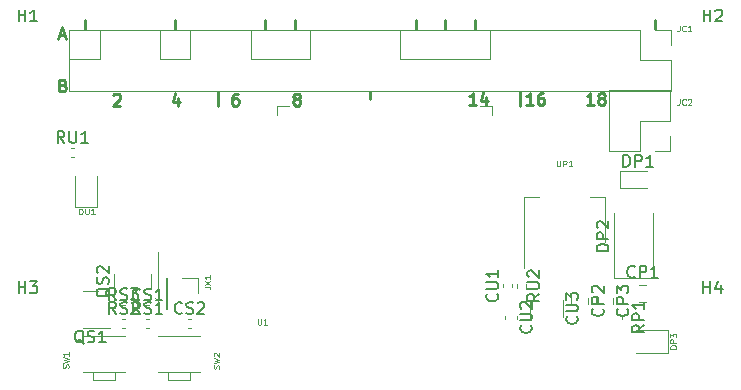
<source format=gbr>
G04 #@! TF.GenerationSoftware,KiCad,Pcbnew,(7.0.0)*
G04 #@! TF.CreationDate,2023-08-14T16:39:54+01:00*
G04 #@! TF.ProjectId,DevKit2022-Kicad7,4465764b-6974-4323-9032-322d4b696361,v1.0*
G04 #@! TF.SameCoordinates,Original*
G04 #@! TF.FileFunction,Legend,Top*
G04 #@! TF.FilePolarity,Positive*
%FSLAX46Y46*%
G04 Gerber Fmt 4.6, Leading zero omitted, Abs format (unit mm)*
G04 Created by KiCad (PCBNEW (7.0.0)) date 2023-08-14 16:39:54*
%MOMM*%
%LPD*%
G01*
G04 APERTURE LIST*
%ADD10C,0.250000*%
%ADD11C,0.120000*%
%ADD12C,0.150000*%
%ADD13C,0.050000*%
G04 APERTURE END LIST*
D10*
X163069000Y-108792000D02*
X163069000Y-107649000D01*
X188596000Y-108792000D02*
X188596000Y-107649000D01*
D11*
X157963600Y-125352800D02*
X158217600Y-125098800D01*
X160656000Y-104855000D02*
X160656000Y-102442000D01*
X165863000Y-104855000D02*
X170816000Y-104855000D01*
X158116000Y-102442000D02*
X158116000Y-104855000D01*
D10*
X175896000Y-108220500D02*
X175896000Y-107649000D01*
D11*
X170816000Y-104855000D02*
X170816000Y-102442000D01*
X157963600Y-125352800D02*
X157709600Y-125098800D01*
D10*
X184786000Y-102315000D02*
X184786000Y-101553000D01*
X182246000Y-102315000D02*
X182246000Y-101553000D01*
D11*
X186056000Y-104855000D02*
X186056000Y-102442000D01*
D10*
X179833000Y-102315000D02*
X179833000Y-101553000D01*
D11*
X158014400Y-121187200D02*
X157963600Y-125352800D01*
X165863000Y-102442000D02*
X165863000Y-104855000D01*
D10*
X151766000Y-102315000D02*
X151766000Y-101553000D01*
D11*
X158116000Y-104855000D02*
X160656000Y-104855000D01*
D10*
X200026000Y-102315000D02*
X200026000Y-101553000D01*
X167006000Y-102315000D02*
X167006000Y-101553000D01*
D11*
X153036000Y-102442000D02*
X153036000Y-104855000D01*
D10*
X159386000Y-102315000D02*
X159386000Y-101553000D01*
D11*
X178436000Y-104855000D02*
X186056000Y-104855000D01*
D10*
X169546000Y-102315000D02*
X169546000Y-101553000D01*
D11*
X178436000Y-102442000D02*
X178436000Y-104855000D01*
X153036000Y-104855000D02*
X150496000Y-104855000D01*
D10*
X194882523Y-108714880D02*
X194311095Y-108714880D01*
X194596809Y-108714880D02*
X194596809Y-107714880D01*
X194596809Y-107714880D02*
X194501571Y-107857738D01*
X194501571Y-107857738D02*
X194406333Y-107952976D01*
X194406333Y-107952976D02*
X194311095Y-108000595D01*
X195453952Y-108143452D02*
X195358714Y-108095833D01*
X195358714Y-108095833D02*
X195311095Y-108048214D01*
X195311095Y-108048214D02*
X195263476Y-107952976D01*
X195263476Y-107952976D02*
X195263476Y-107905357D01*
X195263476Y-107905357D02*
X195311095Y-107810119D01*
X195311095Y-107810119D02*
X195358714Y-107762500D01*
X195358714Y-107762500D02*
X195453952Y-107714880D01*
X195453952Y-107714880D02*
X195644428Y-107714880D01*
X195644428Y-107714880D02*
X195739666Y-107762500D01*
X195739666Y-107762500D02*
X195787285Y-107810119D01*
X195787285Y-107810119D02*
X195834904Y-107905357D01*
X195834904Y-107905357D02*
X195834904Y-107952976D01*
X195834904Y-107952976D02*
X195787285Y-108048214D01*
X195787285Y-108048214D02*
X195739666Y-108095833D01*
X195739666Y-108095833D02*
X195644428Y-108143452D01*
X195644428Y-108143452D02*
X195453952Y-108143452D01*
X195453952Y-108143452D02*
X195358714Y-108191071D01*
X195358714Y-108191071D02*
X195311095Y-108238690D01*
X195311095Y-108238690D02*
X195263476Y-108333928D01*
X195263476Y-108333928D02*
X195263476Y-108524404D01*
X195263476Y-108524404D02*
X195311095Y-108619642D01*
X195311095Y-108619642D02*
X195358714Y-108667261D01*
X195358714Y-108667261D02*
X195453952Y-108714880D01*
X195453952Y-108714880D02*
X195644428Y-108714880D01*
X195644428Y-108714880D02*
X195739666Y-108667261D01*
X195739666Y-108667261D02*
X195787285Y-108619642D01*
X195787285Y-108619642D02*
X195834904Y-108524404D01*
X195834904Y-108524404D02*
X195834904Y-108333928D01*
X195834904Y-108333928D02*
X195787285Y-108238690D01*
X195787285Y-108238690D02*
X195739666Y-108191071D01*
X195739666Y-108191071D02*
X195644428Y-108143452D01*
X189739023Y-108714880D02*
X189167595Y-108714880D01*
X189453309Y-108714880D02*
X189453309Y-107714880D01*
X189453309Y-107714880D02*
X189358071Y-107857738D01*
X189358071Y-107857738D02*
X189262833Y-107952976D01*
X189262833Y-107952976D02*
X189167595Y-108000595D01*
X190596166Y-107714880D02*
X190405690Y-107714880D01*
X190405690Y-107714880D02*
X190310452Y-107762500D01*
X190310452Y-107762500D02*
X190262833Y-107810119D01*
X190262833Y-107810119D02*
X190167595Y-107952976D01*
X190167595Y-107952976D02*
X190119976Y-108143452D01*
X190119976Y-108143452D02*
X190119976Y-108524404D01*
X190119976Y-108524404D02*
X190167595Y-108619642D01*
X190167595Y-108619642D02*
X190215214Y-108667261D01*
X190215214Y-108667261D02*
X190310452Y-108714880D01*
X190310452Y-108714880D02*
X190500928Y-108714880D01*
X190500928Y-108714880D02*
X190596166Y-108667261D01*
X190596166Y-108667261D02*
X190643785Y-108619642D01*
X190643785Y-108619642D02*
X190691404Y-108524404D01*
X190691404Y-108524404D02*
X190691404Y-108286309D01*
X190691404Y-108286309D02*
X190643785Y-108191071D01*
X190643785Y-108191071D02*
X190596166Y-108143452D01*
X190596166Y-108143452D02*
X190500928Y-108095833D01*
X190500928Y-108095833D02*
X190310452Y-108095833D01*
X190310452Y-108095833D02*
X190215214Y-108143452D01*
X190215214Y-108143452D02*
X190167595Y-108191071D01*
X190167595Y-108191071D02*
X190119976Y-108286309D01*
X184913023Y-108714880D02*
X184341595Y-108714880D01*
X184627309Y-108714880D02*
X184627309Y-107714880D01*
X184627309Y-107714880D02*
X184532071Y-107857738D01*
X184532071Y-107857738D02*
X184436833Y-107952976D01*
X184436833Y-107952976D02*
X184341595Y-108000595D01*
X185770166Y-108048214D02*
X185770166Y-108714880D01*
X185532071Y-107667261D02*
X185293976Y-108381547D01*
X185293976Y-108381547D02*
X185913023Y-108381547D01*
X154210786Y-107873619D02*
X154258405Y-107826000D01*
X154258405Y-107826000D02*
X154353643Y-107778380D01*
X154353643Y-107778380D02*
X154591738Y-107778380D01*
X154591738Y-107778380D02*
X154686976Y-107826000D01*
X154686976Y-107826000D02*
X154734595Y-107873619D01*
X154734595Y-107873619D02*
X154782214Y-107968857D01*
X154782214Y-107968857D02*
X154782214Y-108064095D01*
X154782214Y-108064095D02*
X154734595Y-108206952D01*
X154734595Y-108206952D02*
X154163167Y-108778380D01*
X154163167Y-108778380D02*
X154782214Y-108778380D01*
X159703476Y-108111714D02*
X159703476Y-108778380D01*
X159465381Y-107730761D02*
X159227286Y-108445047D01*
X159227286Y-108445047D02*
X159846333Y-108445047D01*
X164719976Y-107778380D02*
X164529500Y-107778380D01*
X164529500Y-107778380D02*
X164434262Y-107826000D01*
X164434262Y-107826000D02*
X164386643Y-107873619D01*
X164386643Y-107873619D02*
X164291405Y-108016476D01*
X164291405Y-108016476D02*
X164243786Y-108206952D01*
X164243786Y-108206952D02*
X164243786Y-108587904D01*
X164243786Y-108587904D02*
X164291405Y-108683142D01*
X164291405Y-108683142D02*
X164339024Y-108730761D01*
X164339024Y-108730761D02*
X164434262Y-108778380D01*
X164434262Y-108778380D02*
X164624738Y-108778380D01*
X164624738Y-108778380D02*
X164719976Y-108730761D01*
X164719976Y-108730761D02*
X164767595Y-108683142D01*
X164767595Y-108683142D02*
X164815214Y-108587904D01*
X164815214Y-108587904D02*
X164815214Y-108349809D01*
X164815214Y-108349809D02*
X164767595Y-108254571D01*
X164767595Y-108254571D02*
X164719976Y-108206952D01*
X164719976Y-108206952D02*
X164624738Y-108159333D01*
X164624738Y-108159333D02*
X164434262Y-108159333D01*
X164434262Y-108159333D02*
X164339024Y-108206952D01*
X164339024Y-108206952D02*
X164291405Y-108254571D01*
X164291405Y-108254571D02*
X164243786Y-108349809D01*
X169641262Y-108206952D02*
X169546024Y-108159333D01*
X169546024Y-108159333D02*
X169498405Y-108111714D01*
X169498405Y-108111714D02*
X169450786Y-108016476D01*
X169450786Y-108016476D02*
X169450786Y-107968857D01*
X169450786Y-107968857D02*
X169498405Y-107873619D01*
X169498405Y-107873619D02*
X169546024Y-107826000D01*
X169546024Y-107826000D02*
X169641262Y-107778380D01*
X169641262Y-107778380D02*
X169831738Y-107778380D01*
X169831738Y-107778380D02*
X169926976Y-107826000D01*
X169926976Y-107826000D02*
X169974595Y-107873619D01*
X169974595Y-107873619D02*
X170022214Y-107968857D01*
X170022214Y-107968857D02*
X170022214Y-108016476D01*
X170022214Y-108016476D02*
X169974595Y-108111714D01*
X169974595Y-108111714D02*
X169926976Y-108159333D01*
X169926976Y-108159333D02*
X169831738Y-108206952D01*
X169831738Y-108206952D02*
X169641262Y-108206952D01*
X169641262Y-108206952D02*
X169546024Y-108254571D01*
X169546024Y-108254571D02*
X169498405Y-108302190D01*
X169498405Y-108302190D02*
X169450786Y-108397428D01*
X169450786Y-108397428D02*
X169450786Y-108587904D01*
X169450786Y-108587904D02*
X169498405Y-108683142D01*
X169498405Y-108683142D02*
X169546024Y-108730761D01*
X169546024Y-108730761D02*
X169641262Y-108778380D01*
X169641262Y-108778380D02*
X169831738Y-108778380D01*
X169831738Y-108778380D02*
X169926976Y-108730761D01*
X169926976Y-108730761D02*
X169974595Y-108683142D01*
X169974595Y-108683142D02*
X170022214Y-108587904D01*
X170022214Y-108587904D02*
X170022214Y-108397428D01*
X170022214Y-108397428D02*
X169974595Y-108302190D01*
X169974595Y-108302190D02*
X169926976Y-108254571D01*
X169926976Y-108254571D02*
X169831738Y-108206952D01*
X149622905Y-102841166D02*
X150099095Y-102841166D01*
X149527667Y-103126880D02*
X149861000Y-102126880D01*
X149861000Y-102126880D02*
X150194333Y-103126880D01*
X149932428Y-107048071D02*
X150075285Y-107095690D01*
X150075285Y-107095690D02*
X150122904Y-107143309D01*
X150122904Y-107143309D02*
X150170523Y-107238547D01*
X150170523Y-107238547D02*
X150170523Y-107381404D01*
X150170523Y-107381404D02*
X150122904Y-107476642D01*
X150122904Y-107476642D02*
X150075285Y-107524261D01*
X150075285Y-107524261D02*
X149980047Y-107571880D01*
X149980047Y-107571880D02*
X149599095Y-107571880D01*
X149599095Y-107571880D02*
X149599095Y-106571880D01*
X149599095Y-106571880D02*
X149932428Y-106571880D01*
X149932428Y-106571880D02*
X150027666Y-106619500D01*
X150027666Y-106619500D02*
X150075285Y-106667119D01*
X150075285Y-106667119D02*
X150122904Y-106762357D01*
X150122904Y-106762357D02*
X150122904Y-106857595D01*
X150122904Y-106857595D02*
X150075285Y-106952833D01*
X150075285Y-106952833D02*
X150027666Y-107000452D01*
X150027666Y-107000452D02*
X149932428Y-107048071D01*
X149932428Y-107048071D02*
X149599095Y-107048071D01*
D12*
X190260380Y-124722476D02*
X189784190Y-125055809D01*
X190260380Y-125293904D02*
X189260380Y-125293904D01*
X189260380Y-125293904D02*
X189260380Y-124912952D01*
X189260380Y-124912952D02*
X189308000Y-124817714D01*
X189308000Y-124817714D02*
X189355619Y-124770095D01*
X189355619Y-124770095D02*
X189450857Y-124722476D01*
X189450857Y-124722476D02*
X189593714Y-124722476D01*
X189593714Y-124722476D02*
X189688952Y-124770095D01*
X189688952Y-124770095D02*
X189736571Y-124817714D01*
X189736571Y-124817714D02*
X189784190Y-124912952D01*
X189784190Y-124912952D02*
X189784190Y-125293904D01*
X189260380Y-124293904D02*
X190069904Y-124293904D01*
X190069904Y-124293904D02*
X190165142Y-124246285D01*
X190165142Y-124246285D02*
X190212761Y-124198666D01*
X190212761Y-124198666D02*
X190260380Y-124103428D01*
X190260380Y-124103428D02*
X190260380Y-123912952D01*
X190260380Y-123912952D02*
X190212761Y-123817714D01*
X190212761Y-123817714D02*
X190165142Y-123770095D01*
X190165142Y-123770095D02*
X190069904Y-123722476D01*
X190069904Y-123722476D02*
X189260380Y-123722476D01*
X189355619Y-123293904D02*
X189308000Y-123246285D01*
X189308000Y-123246285D02*
X189260380Y-123151047D01*
X189260380Y-123151047D02*
X189260380Y-122912952D01*
X189260380Y-122912952D02*
X189308000Y-122817714D01*
X189308000Y-122817714D02*
X189355619Y-122770095D01*
X189355619Y-122770095D02*
X189450857Y-122722476D01*
X189450857Y-122722476D02*
X189546095Y-122722476D01*
X189546095Y-122722476D02*
X189688952Y-122770095D01*
X189688952Y-122770095D02*
X190260380Y-123341523D01*
X190260380Y-123341523D02*
X190260380Y-122722476D01*
X150059523Y-111926380D02*
X149726190Y-111450190D01*
X149488095Y-111926380D02*
X149488095Y-110926380D01*
X149488095Y-110926380D02*
X149869047Y-110926380D01*
X149869047Y-110926380D02*
X149964285Y-110974000D01*
X149964285Y-110974000D02*
X150011904Y-111021619D01*
X150011904Y-111021619D02*
X150059523Y-111116857D01*
X150059523Y-111116857D02*
X150059523Y-111259714D01*
X150059523Y-111259714D02*
X150011904Y-111354952D01*
X150011904Y-111354952D02*
X149964285Y-111402571D01*
X149964285Y-111402571D02*
X149869047Y-111450190D01*
X149869047Y-111450190D02*
X149488095Y-111450190D01*
X150488095Y-110926380D02*
X150488095Y-111735904D01*
X150488095Y-111735904D02*
X150535714Y-111831142D01*
X150535714Y-111831142D02*
X150583333Y-111878761D01*
X150583333Y-111878761D02*
X150678571Y-111926380D01*
X150678571Y-111926380D02*
X150869047Y-111926380D01*
X150869047Y-111926380D02*
X150964285Y-111878761D01*
X150964285Y-111878761D02*
X151011904Y-111831142D01*
X151011904Y-111831142D02*
X151059523Y-111735904D01*
X151059523Y-111735904D02*
X151059523Y-110926380D01*
X152059523Y-111926380D02*
X151488095Y-111926380D01*
X151773809Y-111926380D02*
X151773809Y-110926380D01*
X151773809Y-110926380D02*
X151678571Y-111069238D01*
X151678571Y-111069238D02*
X151583333Y-111164476D01*
X151583333Y-111164476D02*
X151488095Y-111212095D01*
X154425142Y-125261380D02*
X154091809Y-124785190D01*
X153853714Y-125261380D02*
X153853714Y-124261380D01*
X153853714Y-124261380D02*
X154234666Y-124261380D01*
X154234666Y-124261380D02*
X154329904Y-124309000D01*
X154329904Y-124309000D02*
X154377523Y-124356619D01*
X154377523Y-124356619D02*
X154425142Y-124451857D01*
X154425142Y-124451857D02*
X154425142Y-124594714D01*
X154425142Y-124594714D02*
X154377523Y-124689952D01*
X154377523Y-124689952D02*
X154329904Y-124737571D01*
X154329904Y-124737571D02*
X154234666Y-124785190D01*
X154234666Y-124785190D02*
X153853714Y-124785190D01*
X154806095Y-125213761D02*
X154948952Y-125261380D01*
X154948952Y-125261380D02*
X155187047Y-125261380D01*
X155187047Y-125261380D02*
X155282285Y-125213761D01*
X155282285Y-125213761D02*
X155329904Y-125166142D01*
X155329904Y-125166142D02*
X155377523Y-125070904D01*
X155377523Y-125070904D02*
X155377523Y-124975666D01*
X155377523Y-124975666D02*
X155329904Y-124880428D01*
X155329904Y-124880428D02*
X155282285Y-124832809D01*
X155282285Y-124832809D02*
X155187047Y-124785190D01*
X155187047Y-124785190D02*
X154996571Y-124737571D01*
X154996571Y-124737571D02*
X154901333Y-124689952D01*
X154901333Y-124689952D02*
X154853714Y-124642333D01*
X154853714Y-124642333D02*
X154806095Y-124547095D01*
X154806095Y-124547095D02*
X154806095Y-124451857D01*
X154806095Y-124451857D02*
X154853714Y-124356619D01*
X154853714Y-124356619D02*
X154901333Y-124309000D01*
X154901333Y-124309000D02*
X154996571Y-124261380D01*
X154996571Y-124261380D02*
X155234666Y-124261380D01*
X155234666Y-124261380D02*
X155377523Y-124309000D01*
X155710857Y-124261380D02*
X156329904Y-124261380D01*
X156329904Y-124261380D02*
X155996571Y-124642333D01*
X155996571Y-124642333D02*
X156139428Y-124642333D01*
X156139428Y-124642333D02*
X156234666Y-124689952D01*
X156234666Y-124689952D02*
X156282285Y-124737571D01*
X156282285Y-124737571D02*
X156329904Y-124832809D01*
X156329904Y-124832809D02*
X156329904Y-125070904D01*
X156329904Y-125070904D02*
X156282285Y-125166142D01*
X156282285Y-125166142D02*
X156234666Y-125213761D01*
X156234666Y-125213761D02*
X156139428Y-125261380D01*
X156139428Y-125261380D02*
X155853714Y-125261380D01*
X155853714Y-125261380D02*
X155758476Y-125213761D01*
X155758476Y-125213761D02*
X155710857Y-125166142D01*
X154425142Y-126404380D02*
X154091809Y-125928190D01*
X153853714Y-126404380D02*
X153853714Y-125404380D01*
X153853714Y-125404380D02*
X154234666Y-125404380D01*
X154234666Y-125404380D02*
X154329904Y-125452000D01*
X154329904Y-125452000D02*
X154377523Y-125499619D01*
X154377523Y-125499619D02*
X154425142Y-125594857D01*
X154425142Y-125594857D02*
X154425142Y-125737714D01*
X154425142Y-125737714D02*
X154377523Y-125832952D01*
X154377523Y-125832952D02*
X154329904Y-125880571D01*
X154329904Y-125880571D02*
X154234666Y-125928190D01*
X154234666Y-125928190D02*
X153853714Y-125928190D01*
X154806095Y-126356761D02*
X154948952Y-126404380D01*
X154948952Y-126404380D02*
X155187047Y-126404380D01*
X155187047Y-126404380D02*
X155282285Y-126356761D01*
X155282285Y-126356761D02*
X155329904Y-126309142D01*
X155329904Y-126309142D02*
X155377523Y-126213904D01*
X155377523Y-126213904D02*
X155377523Y-126118666D01*
X155377523Y-126118666D02*
X155329904Y-126023428D01*
X155329904Y-126023428D02*
X155282285Y-125975809D01*
X155282285Y-125975809D02*
X155187047Y-125928190D01*
X155187047Y-125928190D02*
X154996571Y-125880571D01*
X154996571Y-125880571D02*
X154901333Y-125832952D01*
X154901333Y-125832952D02*
X154853714Y-125785333D01*
X154853714Y-125785333D02*
X154806095Y-125690095D01*
X154806095Y-125690095D02*
X154806095Y-125594857D01*
X154806095Y-125594857D02*
X154853714Y-125499619D01*
X154853714Y-125499619D02*
X154901333Y-125452000D01*
X154901333Y-125452000D02*
X154996571Y-125404380D01*
X154996571Y-125404380D02*
X155234666Y-125404380D01*
X155234666Y-125404380D02*
X155377523Y-125452000D01*
X155758476Y-125499619D02*
X155806095Y-125452000D01*
X155806095Y-125452000D02*
X155901333Y-125404380D01*
X155901333Y-125404380D02*
X156139428Y-125404380D01*
X156139428Y-125404380D02*
X156234666Y-125452000D01*
X156234666Y-125452000D02*
X156282285Y-125499619D01*
X156282285Y-125499619D02*
X156329904Y-125594857D01*
X156329904Y-125594857D02*
X156329904Y-125690095D01*
X156329904Y-125690095D02*
X156282285Y-125832952D01*
X156282285Y-125832952D02*
X155710857Y-126404380D01*
X155710857Y-126404380D02*
X156329904Y-126404380D01*
X156457142Y-126404380D02*
X156123809Y-125928190D01*
X155885714Y-126404380D02*
X155885714Y-125404380D01*
X155885714Y-125404380D02*
X156266666Y-125404380D01*
X156266666Y-125404380D02*
X156361904Y-125452000D01*
X156361904Y-125452000D02*
X156409523Y-125499619D01*
X156409523Y-125499619D02*
X156457142Y-125594857D01*
X156457142Y-125594857D02*
X156457142Y-125737714D01*
X156457142Y-125737714D02*
X156409523Y-125832952D01*
X156409523Y-125832952D02*
X156361904Y-125880571D01*
X156361904Y-125880571D02*
X156266666Y-125928190D01*
X156266666Y-125928190D02*
X155885714Y-125928190D01*
X156838095Y-126356761D02*
X156980952Y-126404380D01*
X156980952Y-126404380D02*
X157219047Y-126404380D01*
X157219047Y-126404380D02*
X157314285Y-126356761D01*
X157314285Y-126356761D02*
X157361904Y-126309142D01*
X157361904Y-126309142D02*
X157409523Y-126213904D01*
X157409523Y-126213904D02*
X157409523Y-126118666D01*
X157409523Y-126118666D02*
X157361904Y-126023428D01*
X157361904Y-126023428D02*
X157314285Y-125975809D01*
X157314285Y-125975809D02*
X157219047Y-125928190D01*
X157219047Y-125928190D02*
X157028571Y-125880571D01*
X157028571Y-125880571D02*
X156933333Y-125832952D01*
X156933333Y-125832952D02*
X156885714Y-125785333D01*
X156885714Y-125785333D02*
X156838095Y-125690095D01*
X156838095Y-125690095D02*
X156838095Y-125594857D01*
X156838095Y-125594857D02*
X156885714Y-125499619D01*
X156885714Y-125499619D02*
X156933333Y-125452000D01*
X156933333Y-125452000D02*
X157028571Y-125404380D01*
X157028571Y-125404380D02*
X157266666Y-125404380D01*
X157266666Y-125404380D02*
X157409523Y-125452000D01*
X158361904Y-126404380D02*
X157790476Y-126404380D01*
X158076190Y-126404380D02*
X158076190Y-125404380D01*
X158076190Y-125404380D02*
X157980952Y-125547238D01*
X157980952Y-125547238D02*
X157885714Y-125642476D01*
X157885714Y-125642476D02*
X157790476Y-125690095D01*
X199150380Y-127365666D02*
X198674190Y-127698999D01*
X199150380Y-127937094D02*
X198150380Y-127937094D01*
X198150380Y-127937094D02*
X198150380Y-127556142D01*
X198150380Y-127556142D02*
X198198000Y-127460904D01*
X198198000Y-127460904D02*
X198245619Y-127413285D01*
X198245619Y-127413285D02*
X198340857Y-127365666D01*
X198340857Y-127365666D02*
X198483714Y-127365666D01*
X198483714Y-127365666D02*
X198578952Y-127413285D01*
X198578952Y-127413285D02*
X198626571Y-127460904D01*
X198626571Y-127460904D02*
X198674190Y-127556142D01*
X198674190Y-127556142D02*
X198674190Y-127937094D01*
X199150380Y-126937094D02*
X198150380Y-126937094D01*
X198150380Y-126937094D02*
X198150380Y-126556142D01*
X198150380Y-126556142D02*
X198198000Y-126460904D01*
X198198000Y-126460904D02*
X198245619Y-126413285D01*
X198245619Y-126413285D02*
X198340857Y-126365666D01*
X198340857Y-126365666D02*
X198483714Y-126365666D01*
X198483714Y-126365666D02*
X198578952Y-126413285D01*
X198578952Y-126413285D02*
X198626571Y-126460904D01*
X198626571Y-126460904D02*
X198674190Y-126556142D01*
X198674190Y-126556142D02*
X198674190Y-126937094D01*
X199150380Y-125413285D02*
X199150380Y-125984713D01*
X199150380Y-125698999D02*
X198150380Y-125698999D01*
X198150380Y-125698999D02*
X198293238Y-125794237D01*
X198293238Y-125794237D02*
X198388476Y-125889475D01*
X198388476Y-125889475D02*
X198436095Y-125984713D01*
X153892619Y-124222428D02*
X153845000Y-124317666D01*
X153845000Y-124317666D02*
X153749761Y-124412904D01*
X153749761Y-124412904D02*
X153606904Y-124555761D01*
X153606904Y-124555761D02*
X153559285Y-124650999D01*
X153559285Y-124650999D02*
X153559285Y-124746237D01*
X153797380Y-124698618D02*
X153749761Y-124793856D01*
X153749761Y-124793856D02*
X153654523Y-124889094D01*
X153654523Y-124889094D02*
X153464047Y-124936713D01*
X153464047Y-124936713D02*
X153130714Y-124936713D01*
X153130714Y-124936713D02*
X152940238Y-124889094D01*
X152940238Y-124889094D02*
X152845000Y-124793856D01*
X152845000Y-124793856D02*
X152797380Y-124698618D01*
X152797380Y-124698618D02*
X152797380Y-124508142D01*
X152797380Y-124508142D02*
X152845000Y-124412904D01*
X152845000Y-124412904D02*
X152940238Y-124317666D01*
X152940238Y-124317666D02*
X153130714Y-124270047D01*
X153130714Y-124270047D02*
X153464047Y-124270047D01*
X153464047Y-124270047D02*
X153654523Y-124317666D01*
X153654523Y-124317666D02*
X153749761Y-124412904D01*
X153749761Y-124412904D02*
X153797380Y-124508142D01*
X153797380Y-124508142D02*
X153797380Y-124698618D01*
X153749761Y-123889094D02*
X153797380Y-123746237D01*
X153797380Y-123746237D02*
X153797380Y-123508142D01*
X153797380Y-123508142D02*
X153749761Y-123412904D01*
X153749761Y-123412904D02*
X153702142Y-123365285D01*
X153702142Y-123365285D02*
X153606904Y-123317666D01*
X153606904Y-123317666D02*
X153511666Y-123317666D01*
X153511666Y-123317666D02*
X153416428Y-123365285D01*
X153416428Y-123365285D02*
X153368809Y-123412904D01*
X153368809Y-123412904D02*
X153321190Y-123508142D01*
X153321190Y-123508142D02*
X153273571Y-123698618D01*
X153273571Y-123698618D02*
X153225952Y-123793856D01*
X153225952Y-123793856D02*
X153178333Y-123841475D01*
X153178333Y-123841475D02*
X153083095Y-123889094D01*
X153083095Y-123889094D02*
X152987857Y-123889094D01*
X152987857Y-123889094D02*
X152892619Y-123841475D01*
X152892619Y-123841475D02*
X152845000Y-123793856D01*
X152845000Y-123793856D02*
X152797380Y-123698618D01*
X152797380Y-123698618D02*
X152797380Y-123460523D01*
X152797380Y-123460523D02*
X152845000Y-123317666D01*
X152892619Y-122936713D02*
X152845000Y-122889094D01*
X152845000Y-122889094D02*
X152797380Y-122793856D01*
X152797380Y-122793856D02*
X152797380Y-122555761D01*
X152797380Y-122555761D02*
X152845000Y-122460523D01*
X152845000Y-122460523D02*
X152892619Y-122412904D01*
X152892619Y-122412904D02*
X152987857Y-122365285D01*
X152987857Y-122365285D02*
X153083095Y-122365285D01*
X153083095Y-122365285D02*
X153225952Y-122412904D01*
X153225952Y-122412904D02*
X153797380Y-122984332D01*
X153797380Y-122984332D02*
X153797380Y-122365285D01*
X151702571Y-128926619D02*
X151607333Y-128879000D01*
X151607333Y-128879000D02*
X151512095Y-128783761D01*
X151512095Y-128783761D02*
X151369238Y-128640904D01*
X151369238Y-128640904D02*
X151274000Y-128593285D01*
X151274000Y-128593285D02*
X151178762Y-128593285D01*
X151226381Y-128831380D02*
X151131143Y-128783761D01*
X151131143Y-128783761D02*
X151035905Y-128688523D01*
X151035905Y-128688523D02*
X150988286Y-128498047D01*
X150988286Y-128498047D02*
X150988286Y-128164714D01*
X150988286Y-128164714D02*
X151035905Y-127974238D01*
X151035905Y-127974238D02*
X151131143Y-127879000D01*
X151131143Y-127879000D02*
X151226381Y-127831380D01*
X151226381Y-127831380D02*
X151416857Y-127831380D01*
X151416857Y-127831380D02*
X151512095Y-127879000D01*
X151512095Y-127879000D02*
X151607333Y-127974238D01*
X151607333Y-127974238D02*
X151654952Y-128164714D01*
X151654952Y-128164714D02*
X151654952Y-128498047D01*
X151654952Y-128498047D02*
X151607333Y-128688523D01*
X151607333Y-128688523D02*
X151512095Y-128783761D01*
X151512095Y-128783761D02*
X151416857Y-128831380D01*
X151416857Y-128831380D02*
X151226381Y-128831380D01*
X152035905Y-128783761D02*
X152178762Y-128831380D01*
X152178762Y-128831380D02*
X152416857Y-128831380D01*
X152416857Y-128831380D02*
X152512095Y-128783761D01*
X152512095Y-128783761D02*
X152559714Y-128736142D01*
X152559714Y-128736142D02*
X152607333Y-128640904D01*
X152607333Y-128640904D02*
X152607333Y-128545666D01*
X152607333Y-128545666D02*
X152559714Y-128450428D01*
X152559714Y-128450428D02*
X152512095Y-128402809D01*
X152512095Y-128402809D02*
X152416857Y-128355190D01*
X152416857Y-128355190D02*
X152226381Y-128307571D01*
X152226381Y-128307571D02*
X152131143Y-128259952D01*
X152131143Y-128259952D02*
X152083524Y-128212333D01*
X152083524Y-128212333D02*
X152035905Y-128117095D01*
X152035905Y-128117095D02*
X152035905Y-128021857D01*
X152035905Y-128021857D02*
X152083524Y-127926619D01*
X152083524Y-127926619D02*
X152131143Y-127879000D01*
X152131143Y-127879000D02*
X152226381Y-127831380D01*
X152226381Y-127831380D02*
X152464476Y-127831380D01*
X152464476Y-127831380D02*
X152607333Y-127879000D01*
X153559714Y-128831380D02*
X152988286Y-128831380D01*
X153274000Y-128831380D02*
X153274000Y-127831380D01*
X153274000Y-127831380D02*
X153178762Y-127974238D01*
X153178762Y-127974238D02*
X153083524Y-128069476D01*
X153083524Y-128069476D02*
X152988286Y-128117095D01*
X204166295Y-124661780D02*
X204166295Y-123661780D01*
X204166295Y-124137971D02*
X204737723Y-124137971D01*
X204737723Y-124661780D02*
X204737723Y-123661780D01*
X205642485Y-123995114D02*
X205642485Y-124661780D01*
X205404390Y-123614161D02*
X205166295Y-124328447D01*
X205166295Y-124328447D02*
X205785342Y-124328447D01*
X146178095Y-124661780D02*
X146178095Y-123661780D01*
X146178095Y-124137971D02*
X146749523Y-124137971D01*
X146749523Y-124661780D02*
X146749523Y-123661780D01*
X147130476Y-123661780D02*
X147749523Y-123661780D01*
X147749523Y-123661780D02*
X147416190Y-124042733D01*
X147416190Y-124042733D02*
X147559047Y-124042733D01*
X147559047Y-124042733D02*
X147654285Y-124090352D01*
X147654285Y-124090352D02*
X147701904Y-124137971D01*
X147701904Y-124137971D02*
X147749523Y-124233209D01*
X147749523Y-124233209D02*
X147749523Y-124471304D01*
X147749523Y-124471304D02*
X147701904Y-124566542D01*
X147701904Y-124566542D02*
X147654285Y-124614161D01*
X147654285Y-124614161D02*
X147559047Y-124661780D01*
X147559047Y-124661780D02*
X147273333Y-124661780D01*
X147273333Y-124661780D02*
X147178095Y-124614161D01*
X147178095Y-124614161D02*
X147130476Y-124566542D01*
X204181535Y-101649380D02*
X204181535Y-100649380D01*
X204181535Y-101125571D02*
X204752963Y-101125571D01*
X204752963Y-101649380D02*
X204752963Y-100649380D01*
X205181535Y-100744619D02*
X205229154Y-100697000D01*
X205229154Y-100697000D02*
X205324392Y-100649380D01*
X205324392Y-100649380D02*
X205562487Y-100649380D01*
X205562487Y-100649380D02*
X205657725Y-100697000D01*
X205657725Y-100697000D02*
X205705344Y-100744619D01*
X205705344Y-100744619D02*
X205752963Y-100839857D01*
X205752963Y-100839857D02*
X205752963Y-100935095D01*
X205752963Y-100935095D02*
X205705344Y-101077952D01*
X205705344Y-101077952D02*
X205133916Y-101649380D01*
X205133916Y-101649380D02*
X205752963Y-101649380D01*
X146178095Y-101649380D02*
X146178095Y-100649380D01*
X146178095Y-101125571D02*
X146749523Y-101125571D01*
X146749523Y-101649380D02*
X146749523Y-100649380D01*
X147749523Y-101649380D02*
X147178095Y-101649380D01*
X147463809Y-101649380D02*
X147463809Y-100649380D01*
X147463809Y-100649380D02*
X147368571Y-100792238D01*
X147368571Y-100792238D02*
X147273333Y-100887476D01*
X147273333Y-100887476D02*
X147178095Y-100935095D01*
X196115380Y-121079094D02*
X195115380Y-121079094D01*
X195115380Y-121079094D02*
X195115380Y-120840999D01*
X195115380Y-120840999D02*
X195163000Y-120698142D01*
X195163000Y-120698142D02*
X195258238Y-120602904D01*
X195258238Y-120602904D02*
X195353476Y-120555285D01*
X195353476Y-120555285D02*
X195543952Y-120507666D01*
X195543952Y-120507666D02*
X195686809Y-120507666D01*
X195686809Y-120507666D02*
X195877285Y-120555285D01*
X195877285Y-120555285D02*
X195972523Y-120602904D01*
X195972523Y-120602904D02*
X196067761Y-120698142D01*
X196067761Y-120698142D02*
X196115380Y-120840999D01*
X196115380Y-120840999D02*
X196115380Y-121079094D01*
X196115380Y-120079094D02*
X195115380Y-120079094D01*
X195115380Y-120079094D02*
X195115380Y-119698142D01*
X195115380Y-119698142D02*
X195163000Y-119602904D01*
X195163000Y-119602904D02*
X195210619Y-119555285D01*
X195210619Y-119555285D02*
X195305857Y-119507666D01*
X195305857Y-119507666D02*
X195448714Y-119507666D01*
X195448714Y-119507666D02*
X195543952Y-119555285D01*
X195543952Y-119555285D02*
X195591571Y-119602904D01*
X195591571Y-119602904D02*
X195639190Y-119698142D01*
X195639190Y-119698142D02*
X195639190Y-120079094D01*
X195210619Y-119126713D02*
X195163000Y-119079094D01*
X195163000Y-119079094D02*
X195115380Y-118983856D01*
X195115380Y-118983856D02*
X195115380Y-118745761D01*
X195115380Y-118745761D02*
X195163000Y-118650523D01*
X195163000Y-118650523D02*
X195210619Y-118602904D01*
X195210619Y-118602904D02*
X195305857Y-118555285D01*
X195305857Y-118555285D02*
X195401095Y-118555285D01*
X195401095Y-118555285D02*
X195543952Y-118602904D01*
X195543952Y-118602904D02*
X196115380Y-119174332D01*
X196115380Y-119174332D02*
X196115380Y-118555285D01*
X197390905Y-113952380D02*
X197390905Y-112952380D01*
X197390905Y-112952380D02*
X197629000Y-112952380D01*
X197629000Y-112952380D02*
X197771857Y-113000000D01*
X197771857Y-113000000D02*
X197867095Y-113095238D01*
X197867095Y-113095238D02*
X197914714Y-113190476D01*
X197914714Y-113190476D02*
X197962333Y-113380952D01*
X197962333Y-113380952D02*
X197962333Y-113523809D01*
X197962333Y-113523809D02*
X197914714Y-113714285D01*
X197914714Y-113714285D02*
X197867095Y-113809523D01*
X197867095Y-113809523D02*
X197771857Y-113904761D01*
X197771857Y-113904761D02*
X197629000Y-113952380D01*
X197629000Y-113952380D02*
X197390905Y-113952380D01*
X198390905Y-113952380D02*
X198390905Y-112952380D01*
X198390905Y-112952380D02*
X198771857Y-112952380D01*
X198771857Y-112952380D02*
X198867095Y-113000000D01*
X198867095Y-113000000D02*
X198914714Y-113047619D01*
X198914714Y-113047619D02*
X198962333Y-113142857D01*
X198962333Y-113142857D02*
X198962333Y-113285714D01*
X198962333Y-113285714D02*
X198914714Y-113380952D01*
X198914714Y-113380952D02*
X198867095Y-113428571D01*
X198867095Y-113428571D02*
X198771857Y-113476190D01*
X198771857Y-113476190D02*
X198390905Y-113476190D01*
X199914714Y-113952380D02*
X199343286Y-113952380D01*
X199629000Y-113952380D02*
X199629000Y-112952380D01*
X199629000Y-112952380D02*
X199533762Y-113095238D01*
X199533762Y-113095238D02*
X199438524Y-113190476D01*
X199438524Y-113190476D02*
X199343286Y-113238095D01*
X193454142Y-126624476D02*
X193501761Y-126672095D01*
X193501761Y-126672095D02*
X193549380Y-126814952D01*
X193549380Y-126814952D02*
X193549380Y-126910190D01*
X193549380Y-126910190D02*
X193501761Y-127053047D01*
X193501761Y-127053047D02*
X193406523Y-127148285D01*
X193406523Y-127148285D02*
X193311285Y-127195904D01*
X193311285Y-127195904D02*
X193120809Y-127243523D01*
X193120809Y-127243523D02*
X192977952Y-127243523D01*
X192977952Y-127243523D02*
X192787476Y-127195904D01*
X192787476Y-127195904D02*
X192692238Y-127148285D01*
X192692238Y-127148285D02*
X192597000Y-127053047D01*
X192597000Y-127053047D02*
X192549380Y-126910190D01*
X192549380Y-126910190D02*
X192549380Y-126814952D01*
X192549380Y-126814952D02*
X192597000Y-126672095D01*
X192597000Y-126672095D02*
X192644619Y-126624476D01*
X192549380Y-126195904D02*
X193358904Y-126195904D01*
X193358904Y-126195904D02*
X193454142Y-126148285D01*
X193454142Y-126148285D02*
X193501761Y-126100666D01*
X193501761Y-126100666D02*
X193549380Y-126005428D01*
X193549380Y-126005428D02*
X193549380Y-125814952D01*
X193549380Y-125814952D02*
X193501761Y-125719714D01*
X193501761Y-125719714D02*
X193454142Y-125672095D01*
X193454142Y-125672095D02*
X193358904Y-125624476D01*
X193358904Y-125624476D02*
X192549380Y-125624476D01*
X192549380Y-125243523D02*
X192549380Y-124624476D01*
X192549380Y-124624476D02*
X192930333Y-124957809D01*
X192930333Y-124957809D02*
X192930333Y-124814952D01*
X192930333Y-124814952D02*
X192977952Y-124719714D01*
X192977952Y-124719714D02*
X193025571Y-124672095D01*
X193025571Y-124672095D02*
X193120809Y-124624476D01*
X193120809Y-124624476D02*
X193358904Y-124624476D01*
X193358904Y-124624476D02*
X193454142Y-124672095D01*
X193454142Y-124672095D02*
X193501761Y-124719714D01*
X193501761Y-124719714D02*
X193549380Y-124814952D01*
X193549380Y-124814952D02*
X193549380Y-125100666D01*
X193549380Y-125100666D02*
X193501761Y-125195904D01*
X193501761Y-125195904D02*
X193454142Y-125243523D01*
X189536142Y-127389476D02*
X189583761Y-127437095D01*
X189583761Y-127437095D02*
X189631380Y-127579952D01*
X189631380Y-127579952D02*
X189631380Y-127675190D01*
X189631380Y-127675190D02*
X189583761Y-127818047D01*
X189583761Y-127818047D02*
X189488523Y-127913285D01*
X189488523Y-127913285D02*
X189393285Y-127960904D01*
X189393285Y-127960904D02*
X189202809Y-128008523D01*
X189202809Y-128008523D02*
X189059952Y-128008523D01*
X189059952Y-128008523D02*
X188869476Y-127960904D01*
X188869476Y-127960904D02*
X188774238Y-127913285D01*
X188774238Y-127913285D02*
X188679000Y-127818047D01*
X188679000Y-127818047D02*
X188631380Y-127675190D01*
X188631380Y-127675190D02*
X188631380Y-127579952D01*
X188631380Y-127579952D02*
X188679000Y-127437095D01*
X188679000Y-127437095D02*
X188726619Y-127389476D01*
X188631380Y-126960904D02*
X189440904Y-126960904D01*
X189440904Y-126960904D02*
X189536142Y-126913285D01*
X189536142Y-126913285D02*
X189583761Y-126865666D01*
X189583761Y-126865666D02*
X189631380Y-126770428D01*
X189631380Y-126770428D02*
X189631380Y-126579952D01*
X189631380Y-126579952D02*
X189583761Y-126484714D01*
X189583761Y-126484714D02*
X189536142Y-126437095D01*
X189536142Y-126437095D02*
X189440904Y-126389476D01*
X189440904Y-126389476D02*
X188631380Y-126389476D01*
X188726619Y-125960904D02*
X188679000Y-125913285D01*
X188679000Y-125913285D02*
X188631380Y-125818047D01*
X188631380Y-125818047D02*
X188631380Y-125579952D01*
X188631380Y-125579952D02*
X188679000Y-125484714D01*
X188679000Y-125484714D02*
X188726619Y-125437095D01*
X188726619Y-125437095D02*
X188821857Y-125389476D01*
X188821857Y-125389476D02*
X188917095Y-125389476D01*
X188917095Y-125389476D02*
X189059952Y-125437095D01*
X189059952Y-125437095D02*
X189631380Y-126008523D01*
X189631380Y-126008523D02*
X189631380Y-125389476D01*
X186692142Y-124722476D02*
X186739761Y-124770095D01*
X186739761Y-124770095D02*
X186787380Y-124912952D01*
X186787380Y-124912952D02*
X186787380Y-125008190D01*
X186787380Y-125008190D02*
X186739761Y-125151047D01*
X186739761Y-125151047D02*
X186644523Y-125246285D01*
X186644523Y-125246285D02*
X186549285Y-125293904D01*
X186549285Y-125293904D02*
X186358809Y-125341523D01*
X186358809Y-125341523D02*
X186215952Y-125341523D01*
X186215952Y-125341523D02*
X186025476Y-125293904D01*
X186025476Y-125293904D02*
X185930238Y-125246285D01*
X185930238Y-125246285D02*
X185835000Y-125151047D01*
X185835000Y-125151047D02*
X185787380Y-125008190D01*
X185787380Y-125008190D02*
X185787380Y-124912952D01*
X185787380Y-124912952D02*
X185835000Y-124770095D01*
X185835000Y-124770095D02*
X185882619Y-124722476D01*
X185787380Y-124293904D02*
X186596904Y-124293904D01*
X186596904Y-124293904D02*
X186692142Y-124246285D01*
X186692142Y-124246285D02*
X186739761Y-124198666D01*
X186739761Y-124198666D02*
X186787380Y-124103428D01*
X186787380Y-124103428D02*
X186787380Y-123912952D01*
X186787380Y-123912952D02*
X186739761Y-123817714D01*
X186739761Y-123817714D02*
X186692142Y-123770095D01*
X186692142Y-123770095D02*
X186596904Y-123722476D01*
X186596904Y-123722476D02*
X185787380Y-123722476D01*
X186787380Y-122722476D02*
X186787380Y-123293904D01*
X186787380Y-123008190D02*
X185787380Y-123008190D01*
X185787380Y-123008190D02*
X185930238Y-123103428D01*
X185930238Y-123103428D02*
X186025476Y-123198666D01*
X186025476Y-123198666D02*
X186073095Y-123293904D01*
X160013142Y-126319142D02*
X159965523Y-126366761D01*
X159965523Y-126366761D02*
X159822666Y-126414380D01*
X159822666Y-126414380D02*
X159727428Y-126414380D01*
X159727428Y-126414380D02*
X159584571Y-126366761D01*
X159584571Y-126366761D02*
X159489333Y-126271523D01*
X159489333Y-126271523D02*
X159441714Y-126176285D01*
X159441714Y-126176285D02*
X159394095Y-125985809D01*
X159394095Y-125985809D02*
X159394095Y-125842952D01*
X159394095Y-125842952D02*
X159441714Y-125652476D01*
X159441714Y-125652476D02*
X159489333Y-125557238D01*
X159489333Y-125557238D02*
X159584571Y-125462000D01*
X159584571Y-125462000D02*
X159727428Y-125414380D01*
X159727428Y-125414380D02*
X159822666Y-125414380D01*
X159822666Y-125414380D02*
X159965523Y-125462000D01*
X159965523Y-125462000D02*
X160013142Y-125509619D01*
X160394095Y-126366761D02*
X160536952Y-126414380D01*
X160536952Y-126414380D02*
X160775047Y-126414380D01*
X160775047Y-126414380D02*
X160870285Y-126366761D01*
X160870285Y-126366761D02*
X160917904Y-126319142D01*
X160917904Y-126319142D02*
X160965523Y-126223904D01*
X160965523Y-126223904D02*
X160965523Y-126128666D01*
X160965523Y-126128666D02*
X160917904Y-126033428D01*
X160917904Y-126033428D02*
X160870285Y-125985809D01*
X160870285Y-125985809D02*
X160775047Y-125938190D01*
X160775047Y-125938190D02*
X160584571Y-125890571D01*
X160584571Y-125890571D02*
X160489333Y-125842952D01*
X160489333Y-125842952D02*
X160441714Y-125795333D01*
X160441714Y-125795333D02*
X160394095Y-125700095D01*
X160394095Y-125700095D02*
X160394095Y-125604857D01*
X160394095Y-125604857D02*
X160441714Y-125509619D01*
X160441714Y-125509619D02*
X160489333Y-125462000D01*
X160489333Y-125462000D02*
X160584571Y-125414380D01*
X160584571Y-125414380D02*
X160822666Y-125414380D01*
X160822666Y-125414380D02*
X160965523Y-125462000D01*
X161346476Y-125509619D02*
X161394095Y-125462000D01*
X161394095Y-125462000D02*
X161489333Y-125414380D01*
X161489333Y-125414380D02*
X161727428Y-125414380D01*
X161727428Y-125414380D02*
X161822666Y-125462000D01*
X161822666Y-125462000D02*
X161870285Y-125509619D01*
X161870285Y-125509619D02*
X161917904Y-125604857D01*
X161917904Y-125604857D02*
X161917904Y-125700095D01*
X161917904Y-125700095D02*
X161870285Y-125842952D01*
X161870285Y-125842952D02*
X161298857Y-126414380D01*
X161298857Y-126414380D02*
X161917904Y-126414380D01*
X156457142Y-125176142D02*
X156409523Y-125223761D01*
X156409523Y-125223761D02*
X156266666Y-125271380D01*
X156266666Y-125271380D02*
X156171428Y-125271380D01*
X156171428Y-125271380D02*
X156028571Y-125223761D01*
X156028571Y-125223761D02*
X155933333Y-125128523D01*
X155933333Y-125128523D02*
X155885714Y-125033285D01*
X155885714Y-125033285D02*
X155838095Y-124842809D01*
X155838095Y-124842809D02*
X155838095Y-124699952D01*
X155838095Y-124699952D02*
X155885714Y-124509476D01*
X155885714Y-124509476D02*
X155933333Y-124414238D01*
X155933333Y-124414238D02*
X156028571Y-124319000D01*
X156028571Y-124319000D02*
X156171428Y-124271380D01*
X156171428Y-124271380D02*
X156266666Y-124271380D01*
X156266666Y-124271380D02*
X156409523Y-124319000D01*
X156409523Y-124319000D02*
X156457142Y-124366619D01*
X156838095Y-125223761D02*
X156980952Y-125271380D01*
X156980952Y-125271380D02*
X157219047Y-125271380D01*
X157219047Y-125271380D02*
X157314285Y-125223761D01*
X157314285Y-125223761D02*
X157361904Y-125176142D01*
X157361904Y-125176142D02*
X157409523Y-125080904D01*
X157409523Y-125080904D02*
X157409523Y-124985666D01*
X157409523Y-124985666D02*
X157361904Y-124890428D01*
X157361904Y-124890428D02*
X157314285Y-124842809D01*
X157314285Y-124842809D02*
X157219047Y-124795190D01*
X157219047Y-124795190D02*
X157028571Y-124747571D01*
X157028571Y-124747571D02*
X156933333Y-124699952D01*
X156933333Y-124699952D02*
X156885714Y-124652333D01*
X156885714Y-124652333D02*
X156838095Y-124557095D01*
X156838095Y-124557095D02*
X156838095Y-124461857D01*
X156838095Y-124461857D02*
X156885714Y-124366619D01*
X156885714Y-124366619D02*
X156933333Y-124319000D01*
X156933333Y-124319000D02*
X157028571Y-124271380D01*
X157028571Y-124271380D02*
X157266666Y-124271380D01*
X157266666Y-124271380D02*
X157409523Y-124319000D01*
X158361904Y-125271380D02*
X157790476Y-125271380D01*
X158076190Y-125271380D02*
X158076190Y-124271380D01*
X158076190Y-124271380D02*
X157980952Y-124414238D01*
X157980952Y-124414238D02*
X157885714Y-124509476D01*
X157885714Y-124509476D02*
X157790476Y-124557095D01*
X197723642Y-125968666D02*
X197771261Y-126016285D01*
X197771261Y-126016285D02*
X197818880Y-126159142D01*
X197818880Y-126159142D02*
X197818880Y-126254380D01*
X197818880Y-126254380D02*
X197771261Y-126397237D01*
X197771261Y-126397237D02*
X197676023Y-126492475D01*
X197676023Y-126492475D02*
X197580785Y-126540094D01*
X197580785Y-126540094D02*
X197390309Y-126587713D01*
X197390309Y-126587713D02*
X197247452Y-126587713D01*
X197247452Y-126587713D02*
X197056976Y-126540094D01*
X197056976Y-126540094D02*
X196961738Y-126492475D01*
X196961738Y-126492475D02*
X196866500Y-126397237D01*
X196866500Y-126397237D02*
X196818880Y-126254380D01*
X196818880Y-126254380D02*
X196818880Y-126159142D01*
X196818880Y-126159142D02*
X196866500Y-126016285D01*
X196866500Y-126016285D02*
X196914119Y-125968666D01*
X197818880Y-125540094D02*
X196818880Y-125540094D01*
X196818880Y-125540094D02*
X196818880Y-125159142D01*
X196818880Y-125159142D02*
X196866500Y-125063904D01*
X196866500Y-125063904D02*
X196914119Y-125016285D01*
X196914119Y-125016285D02*
X197009357Y-124968666D01*
X197009357Y-124968666D02*
X197152214Y-124968666D01*
X197152214Y-124968666D02*
X197247452Y-125016285D01*
X197247452Y-125016285D02*
X197295071Y-125063904D01*
X197295071Y-125063904D02*
X197342690Y-125159142D01*
X197342690Y-125159142D02*
X197342690Y-125540094D01*
X196818880Y-124635332D02*
X196818880Y-124016285D01*
X196818880Y-124016285D02*
X197199833Y-124349618D01*
X197199833Y-124349618D02*
X197199833Y-124206761D01*
X197199833Y-124206761D02*
X197247452Y-124111523D01*
X197247452Y-124111523D02*
X197295071Y-124063904D01*
X197295071Y-124063904D02*
X197390309Y-124016285D01*
X197390309Y-124016285D02*
X197628404Y-124016285D01*
X197628404Y-124016285D02*
X197723642Y-124063904D01*
X197723642Y-124063904D02*
X197771261Y-124111523D01*
X197771261Y-124111523D02*
X197818880Y-124206761D01*
X197818880Y-124206761D02*
X197818880Y-124492475D01*
X197818880Y-124492475D02*
X197771261Y-124587713D01*
X197771261Y-124587713D02*
X197723642Y-124635332D01*
X195628142Y-125968666D02*
X195675761Y-126016285D01*
X195675761Y-126016285D02*
X195723380Y-126159142D01*
X195723380Y-126159142D02*
X195723380Y-126254380D01*
X195723380Y-126254380D02*
X195675761Y-126397237D01*
X195675761Y-126397237D02*
X195580523Y-126492475D01*
X195580523Y-126492475D02*
X195485285Y-126540094D01*
X195485285Y-126540094D02*
X195294809Y-126587713D01*
X195294809Y-126587713D02*
X195151952Y-126587713D01*
X195151952Y-126587713D02*
X194961476Y-126540094D01*
X194961476Y-126540094D02*
X194866238Y-126492475D01*
X194866238Y-126492475D02*
X194771000Y-126397237D01*
X194771000Y-126397237D02*
X194723380Y-126254380D01*
X194723380Y-126254380D02*
X194723380Y-126159142D01*
X194723380Y-126159142D02*
X194771000Y-126016285D01*
X194771000Y-126016285D02*
X194818619Y-125968666D01*
X195723380Y-125540094D02*
X194723380Y-125540094D01*
X194723380Y-125540094D02*
X194723380Y-125159142D01*
X194723380Y-125159142D02*
X194771000Y-125063904D01*
X194771000Y-125063904D02*
X194818619Y-125016285D01*
X194818619Y-125016285D02*
X194913857Y-124968666D01*
X194913857Y-124968666D02*
X195056714Y-124968666D01*
X195056714Y-124968666D02*
X195151952Y-125016285D01*
X195151952Y-125016285D02*
X195199571Y-125063904D01*
X195199571Y-125063904D02*
X195247190Y-125159142D01*
X195247190Y-125159142D02*
X195247190Y-125540094D01*
X194818619Y-124587713D02*
X194771000Y-124540094D01*
X194771000Y-124540094D02*
X194723380Y-124444856D01*
X194723380Y-124444856D02*
X194723380Y-124206761D01*
X194723380Y-124206761D02*
X194771000Y-124111523D01*
X194771000Y-124111523D02*
X194818619Y-124063904D01*
X194818619Y-124063904D02*
X194913857Y-124016285D01*
X194913857Y-124016285D02*
X195009095Y-124016285D01*
X195009095Y-124016285D02*
X195151952Y-124063904D01*
X195151952Y-124063904D02*
X195723380Y-124635332D01*
X195723380Y-124635332D02*
X195723380Y-124016285D01*
X198343333Y-123259142D02*
X198295714Y-123306761D01*
X198295714Y-123306761D02*
X198152857Y-123354380D01*
X198152857Y-123354380D02*
X198057619Y-123354380D01*
X198057619Y-123354380D02*
X197914762Y-123306761D01*
X197914762Y-123306761D02*
X197819524Y-123211523D01*
X197819524Y-123211523D02*
X197771905Y-123116285D01*
X197771905Y-123116285D02*
X197724286Y-122925809D01*
X197724286Y-122925809D02*
X197724286Y-122782952D01*
X197724286Y-122782952D02*
X197771905Y-122592476D01*
X197771905Y-122592476D02*
X197819524Y-122497238D01*
X197819524Y-122497238D02*
X197914762Y-122402000D01*
X197914762Y-122402000D02*
X198057619Y-122354380D01*
X198057619Y-122354380D02*
X198152857Y-122354380D01*
X198152857Y-122354380D02*
X198295714Y-122402000D01*
X198295714Y-122402000D02*
X198343333Y-122449619D01*
X198771905Y-123354380D02*
X198771905Y-122354380D01*
X198771905Y-122354380D02*
X199152857Y-122354380D01*
X199152857Y-122354380D02*
X199248095Y-122402000D01*
X199248095Y-122402000D02*
X199295714Y-122449619D01*
X199295714Y-122449619D02*
X199343333Y-122544857D01*
X199343333Y-122544857D02*
X199343333Y-122687714D01*
X199343333Y-122687714D02*
X199295714Y-122782952D01*
X199295714Y-122782952D02*
X199248095Y-122830571D01*
X199248095Y-122830571D02*
X199152857Y-122878190D01*
X199152857Y-122878190D02*
X198771905Y-122878190D01*
X200295714Y-123354380D02*
X199724286Y-123354380D01*
X200010000Y-123354380D02*
X200010000Y-122354380D01*
X200010000Y-122354380D02*
X199914762Y-122497238D01*
X199914762Y-122497238D02*
X199819524Y-122592476D01*
X199819524Y-122592476D02*
X199724286Y-122640095D01*
D13*
X202149333Y-108221690D02*
X202149333Y-108578833D01*
X202149333Y-108578833D02*
X202125524Y-108650261D01*
X202125524Y-108650261D02*
X202077905Y-108697880D01*
X202077905Y-108697880D02*
X202006476Y-108721690D01*
X202006476Y-108721690D02*
X201958857Y-108721690D01*
X202673142Y-108674071D02*
X202649333Y-108697880D01*
X202649333Y-108697880D02*
X202577904Y-108721690D01*
X202577904Y-108721690D02*
X202530285Y-108721690D01*
X202530285Y-108721690D02*
X202458857Y-108697880D01*
X202458857Y-108697880D02*
X202411238Y-108650261D01*
X202411238Y-108650261D02*
X202387428Y-108602642D01*
X202387428Y-108602642D02*
X202363619Y-108507404D01*
X202363619Y-108507404D02*
X202363619Y-108435976D01*
X202363619Y-108435976D02*
X202387428Y-108340738D01*
X202387428Y-108340738D02*
X202411238Y-108293119D01*
X202411238Y-108293119D02*
X202458857Y-108245500D01*
X202458857Y-108245500D02*
X202530285Y-108221690D01*
X202530285Y-108221690D02*
X202577904Y-108221690D01*
X202577904Y-108221690D02*
X202649333Y-108245500D01*
X202649333Y-108245500D02*
X202673142Y-108269309D01*
X202863619Y-108269309D02*
X202887428Y-108245500D01*
X202887428Y-108245500D02*
X202935047Y-108221690D01*
X202935047Y-108221690D02*
X203054095Y-108221690D01*
X203054095Y-108221690D02*
X203101714Y-108245500D01*
X203101714Y-108245500D02*
X203125523Y-108269309D01*
X203125523Y-108269309D02*
X203149333Y-108316928D01*
X203149333Y-108316928D02*
X203149333Y-108364547D01*
X203149333Y-108364547D02*
X203125523Y-108435976D01*
X203125523Y-108435976D02*
X202839809Y-108721690D01*
X202839809Y-108721690D02*
X203149333Y-108721690D01*
X166434547Y-126827190D02*
X166434547Y-127231952D01*
X166434547Y-127231952D02*
X166458357Y-127279571D01*
X166458357Y-127279571D02*
X166482166Y-127303380D01*
X166482166Y-127303380D02*
X166529785Y-127327190D01*
X166529785Y-127327190D02*
X166625023Y-127327190D01*
X166625023Y-127327190D02*
X166672642Y-127303380D01*
X166672642Y-127303380D02*
X166696452Y-127279571D01*
X166696452Y-127279571D02*
X166720261Y-127231952D01*
X166720261Y-127231952D02*
X166720261Y-126827190D01*
X167220262Y-127327190D02*
X166934548Y-127327190D01*
X167077405Y-127327190D02*
X167077405Y-126827190D01*
X167077405Y-126827190D02*
X167029786Y-126898619D01*
X167029786Y-126898619D02*
X166982167Y-126946238D01*
X166982167Y-126946238D02*
X166934548Y-126970047D01*
X202149333Y-101998690D02*
X202149333Y-102355833D01*
X202149333Y-102355833D02*
X202125524Y-102427261D01*
X202125524Y-102427261D02*
X202077905Y-102474880D01*
X202077905Y-102474880D02*
X202006476Y-102498690D01*
X202006476Y-102498690D02*
X201958857Y-102498690D01*
X202673142Y-102451071D02*
X202649333Y-102474880D01*
X202649333Y-102474880D02*
X202577904Y-102498690D01*
X202577904Y-102498690D02*
X202530285Y-102498690D01*
X202530285Y-102498690D02*
X202458857Y-102474880D01*
X202458857Y-102474880D02*
X202411238Y-102427261D01*
X202411238Y-102427261D02*
X202387428Y-102379642D01*
X202387428Y-102379642D02*
X202363619Y-102284404D01*
X202363619Y-102284404D02*
X202363619Y-102212976D01*
X202363619Y-102212976D02*
X202387428Y-102117738D01*
X202387428Y-102117738D02*
X202411238Y-102070119D01*
X202411238Y-102070119D02*
X202458857Y-102022500D01*
X202458857Y-102022500D02*
X202530285Y-101998690D01*
X202530285Y-101998690D02*
X202577904Y-101998690D01*
X202577904Y-101998690D02*
X202649333Y-102022500D01*
X202649333Y-102022500D02*
X202673142Y-102046309D01*
X203149333Y-102498690D02*
X202863619Y-102498690D01*
X203006476Y-102498690D02*
X203006476Y-101998690D01*
X203006476Y-101998690D02*
X202958857Y-102070119D01*
X202958857Y-102070119D02*
X202911238Y-102117738D01*
X202911238Y-102117738D02*
X202863619Y-102141547D01*
X151325547Y-117992690D02*
X151325547Y-117492690D01*
X151325547Y-117492690D02*
X151444595Y-117492690D01*
X151444595Y-117492690D02*
X151516023Y-117516500D01*
X151516023Y-117516500D02*
X151563642Y-117564119D01*
X151563642Y-117564119D02*
X151587452Y-117611738D01*
X151587452Y-117611738D02*
X151611261Y-117706976D01*
X151611261Y-117706976D02*
X151611261Y-117778404D01*
X151611261Y-117778404D02*
X151587452Y-117873642D01*
X151587452Y-117873642D02*
X151563642Y-117921261D01*
X151563642Y-117921261D02*
X151516023Y-117968880D01*
X151516023Y-117968880D02*
X151444595Y-117992690D01*
X151444595Y-117992690D02*
X151325547Y-117992690D01*
X151825547Y-117492690D02*
X151825547Y-117897452D01*
X151825547Y-117897452D02*
X151849357Y-117945071D01*
X151849357Y-117945071D02*
X151873166Y-117968880D01*
X151873166Y-117968880D02*
X151920785Y-117992690D01*
X151920785Y-117992690D02*
X152016023Y-117992690D01*
X152016023Y-117992690D02*
X152063642Y-117968880D01*
X152063642Y-117968880D02*
X152087452Y-117945071D01*
X152087452Y-117945071D02*
X152111261Y-117897452D01*
X152111261Y-117897452D02*
X152111261Y-117492690D01*
X152611262Y-117992690D02*
X152325548Y-117992690D01*
X152468405Y-117992690D02*
X152468405Y-117492690D01*
X152468405Y-117492690D02*
X152420786Y-117564119D01*
X152420786Y-117564119D02*
X152373167Y-117611738D01*
X152373167Y-117611738D02*
X152325548Y-117635547D01*
X201860690Y-129350047D02*
X201360690Y-129350047D01*
X201360690Y-129350047D02*
X201360690Y-129230999D01*
X201360690Y-129230999D02*
X201384500Y-129159571D01*
X201384500Y-129159571D02*
X201432119Y-129111952D01*
X201432119Y-129111952D02*
X201479738Y-129088142D01*
X201479738Y-129088142D02*
X201574976Y-129064333D01*
X201574976Y-129064333D02*
X201646404Y-129064333D01*
X201646404Y-129064333D02*
X201741642Y-129088142D01*
X201741642Y-129088142D02*
X201789261Y-129111952D01*
X201789261Y-129111952D02*
X201836880Y-129159571D01*
X201836880Y-129159571D02*
X201860690Y-129230999D01*
X201860690Y-129230999D02*
X201860690Y-129350047D01*
X201860690Y-128850047D02*
X201360690Y-128850047D01*
X201360690Y-128850047D02*
X201360690Y-128659571D01*
X201360690Y-128659571D02*
X201384500Y-128611952D01*
X201384500Y-128611952D02*
X201408309Y-128588142D01*
X201408309Y-128588142D02*
X201455928Y-128564333D01*
X201455928Y-128564333D02*
X201527357Y-128564333D01*
X201527357Y-128564333D02*
X201574976Y-128588142D01*
X201574976Y-128588142D02*
X201598785Y-128611952D01*
X201598785Y-128611952D02*
X201622595Y-128659571D01*
X201622595Y-128659571D02*
X201622595Y-128850047D01*
X201360690Y-128397666D02*
X201360690Y-128088142D01*
X201360690Y-128088142D02*
X201551166Y-128254809D01*
X201551166Y-128254809D02*
X201551166Y-128183380D01*
X201551166Y-128183380D02*
X201574976Y-128135761D01*
X201574976Y-128135761D02*
X201598785Y-128111952D01*
X201598785Y-128111952D02*
X201646404Y-128088142D01*
X201646404Y-128088142D02*
X201765452Y-128088142D01*
X201765452Y-128088142D02*
X201813071Y-128111952D01*
X201813071Y-128111952D02*
X201836880Y-128135761D01*
X201836880Y-128135761D02*
X201860690Y-128183380D01*
X201860690Y-128183380D02*
X201860690Y-128326237D01*
X201860690Y-128326237D02*
X201836880Y-128373856D01*
X201836880Y-128373856D02*
X201813071Y-128397666D01*
X191775047Y-113428690D02*
X191775047Y-113833452D01*
X191775047Y-113833452D02*
X191798857Y-113881071D01*
X191798857Y-113881071D02*
X191822666Y-113904880D01*
X191822666Y-113904880D02*
X191870285Y-113928690D01*
X191870285Y-113928690D02*
X191965523Y-113928690D01*
X191965523Y-113928690D02*
X192013142Y-113904880D01*
X192013142Y-113904880D02*
X192036952Y-113881071D01*
X192036952Y-113881071D02*
X192060761Y-113833452D01*
X192060761Y-113833452D02*
X192060761Y-113428690D01*
X192298857Y-113928690D02*
X192298857Y-113428690D01*
X192298857Y-113428690D02*
X192489333Y-113428690D01*
X192489333Y-113428690D02*
X192536952Y-113452500D01*
X192536952Y-113452500D02*
X192560762Y-113476309D01*
X192560762Y-113476309D02*
X192584571Y-113523928D01*
X192584571Y-113523928D02*
X192584571Y-113595357D01*
X192584571Y-113595357D02*
X192560762Y-113642976D01*
X192560762Y-113642976D02*
X192536952Y-113666785D01*
X192536952Y-113666785D02*
X192489333Y-113690595D01*
X192489333Y-113690595D02*
X192298857Y-113690595D01*
X193060762Y-113928690D02*
X192775048Y-113928690D01*
X192917905Y-113928690D02*
X192917905Y-113428690D01*
X192917905Y-113428690D02*
X192870286Y-113500119D01*
X192870286Y-113500119D02*
X192822667Y-113547738D01*
X192822667Y-113547738D02*
X192775048Y-113571547D01*
X150401880Y-130985165D02*
X150425690Y-130913737D01*
X150425690Y-130913737D02*
X150425690Y-130794689D01*
X150425690Y-130794689D02*
X150401880Y-130747070D01*
X150401880Y-130747070D02*
X150378071Y-130723261D01*
X150378071Y-130723261D02*
X150330452Y-130699451D01*
X150330452Y-130699451D02*
X150282833Y-130699451D01*
X150282833Y-130699451D02*
X150235214Y-130723261D01*
X150235214Y-130723261D02*
X150211404Y-130747070D01*
X150211404Y-130747070D02*
X150187595Y-130794689D01*
X150187595Y-130794689D02*
X150163785Y-130889927D01*
X150163785Y-130889927D02*
X150139976Y-130937546D01*
X150139976Y-130937546D02*
X150116166Y-130961356D01*
X150116166Y-130961356D02*
X150068547Y-130985165D01*
X150068547Y-130985165D02*
X150020928Y-130985165D01*
X150020928Y-130985165D02*
X149973309Y-130961356D01*
X149973309Y-130961356D02*
X149949500Y-130937546D01*
X149949500Y-130937546D02*
X149925690Y-130889927D01*
X149925690Y-130889927D02*
X149925690Y-130770880D01*
X149925690Y-130770880D02*
X149949500Y-130699451D01*
X149925690Y-130532785D02*
X150425690Y-130413737D01*
X150425690Y-130413737D02*
X150068547Y-130318499D01*
X150068547Y-130318499D02*
X150425690Y-130223261D01*
X150425690Y-130223261D02*
X149925690Y-130104214D01*
X150425690Y-129651832D02*
X150425690Y-129937546D01*
X150425690Y-129794689D02*
X149925690Y-129794689D01*
X149925690Y-129794689D02*
X149997119Y-129842308D01*
X149997119Y-129842308D02*
X150044738Y-129889927D01*
X150044738Y-129889927D02*
X150068547Y-129937546D01*
X161927190Y-124119261D02*
X162284333Y-124119261D01*
X162284333Y-124119261D02*
X162355761Y-124143070D01*
X162355761Y-124143070D02*
X162403380Y-124190689D01*
X162403380Y-124190689D02*
X162427190Y-124262118D01*
X162427190Y-124262118D02*
X162427190Y-124309737D01*
X161927190Y-123928785D02*
X162427190Y-123595452D01*
X161927190Y-123595452D02*
X162427190Y-123928785D01*
X162427190Y-123143071D02*
X162427190Y-123428785D01*
X162427190Y-123285928D02*
X161927190Y-123285928D01*
X161927190Y-123285928D02*
X161998619Y-123333547D01*
X161998619Y-123333547D02*
X162046238Y-123381166D01*
X162046238Y-123381166D02*
X162070047Y-123428785D01*
X163165380Y-131048665D02*
X163189190Y-130977237D01*
X163189190Y-130977237D02*
X163189190Y-130858189D01*
X163189190Y-130858189D02*
X163165380Y-130810570D01*
X163165380Y-130810570D02*
X163141571Y-130786761D01*
X163141571Y-130786761D02*
X163093952Y-130762951D01*
X163093952Y-130762951D02*
X163046333Y-130762951D01*
X163046333Y-130762951D02*
X162998714Y-130786761D01*
X162998714Y-130786761D02*
X162974904Y-130810570D01*
X162974904Y-130810570D02*
X162951095Y-130858189D01*
X162951095Y-130858189D02*
X162927285Y-130953427D01*
X162927285Y-130953427D02*
X162903476Y-131001046D01*
X162903476Y-131001046D02*
X162879666Y-131024856D01*
X162879666Y-131024856D02*
X162832047Y-131048665D01*
X162832047Y-131048665D02*
X162784428Y-131048665D01*
X162784428Y-131048665D02*
X162736809Y-131024856D01*
X162736809Y-131024856D02*
X162713000Y-131001046D01*
X162713000Y-131001046D02*
X162689190Y-130953427D01*
X162689190Y-130953427D02*
X162689190Y-130834380D01*
X162689190Y-130834380D02*
X162713000Y-130762951D01*
X162689190Y-130596285D02*
X163189190Y-130477237D01*
X163189190Y-130477237D02*
X162832047Y-130381999D01*
X162832047Y-130381999D02*
X163189190Y-130286761D01*
X163189190Y-130286761D02*
X162689190Y-130167714D01*
X162736809Y-130001046D02*
X162713000Y-129977237D01*
X162713000Y-129977237D02*
X162689190Y-129929618D01*
X162689190Y-129929618D02*
X162689190Y-129810570D01*
X162689190Y-129810570D02*
X162713000Y-129762951D01*
X162713000Y-129762951D02*
X162736809Y-129739142D01*
X162736809Y-129739142D02*
X162784428Y-129715332D01*
X162784428Y-129715332D02*
X162832047Y-129715332D01*
X162832047Y-129715332D02*
X162903476Y-129739142D01*
X162903476Y-129739142D02*
X163189190Y-130024856D01*
X163189190Y-130024856D02*
X163189190Y-129715332D01*
D11*
X189103000Y-123878359D02*
X189103000Y-124185641D01*
X188343000Y-123878359D02*
X188343000Y-124185641D01*
X150596359Y-112349000D02*
X150903641Y-112349000D01*
X150596359Y-113109000D02*
X150903641Y-113109000D01*
X154914359Y-125684000D02*
X155221641Y-125684000D01*
X154914359Y-126444000D02*
X155221641Y-126444000D01*
X154914359Y-126827000D02*
X155221641Y-126827000D01*
X154914359Y-127587000D02*
X155221641Y-127587000D01*
X156946359Y-126827000D02*
X157253641Y-126827000D01*
X156946359Y-127587000D02*
X157253641Y-127587000D01*
X197993000Y-126545359D02*
X197993000Y-126852641D01*
X197233000Y-126545359D02*
X197233000Y-126852641D01*
X154270000Y-123651000D02*
X154270000Y-123001000D01*
X157390000Y-123651000D02*
X157390000Y-123001000D01*
X154270000Y-123651000D02*
X154270000Y-125326000D01*
X157390000Y-123651000D02*
X157390000Y-124301000D01*
X152274000Y-127624000D02*
X151624000Y-127624000D01*
X152274000Y-124504000D02*
X151624000Y-124504000D01*
X152274000Y-127624000D02*
X153949000Y-127624000D01*
X152274000Y-124504000D02*
X152924000Y-124504000D01*
X199898000Y-123351000D02*
X199898000Y-117841000D01*
X196598000Y-123351000D02*
X199898000Y-123351000D01*
X196598000Y-123351000D02*
X196598000Y-117841000D01*
X199429000Y-114280000D02*
X197144000Y-114280000D01*
X197144000Y-115750000D02*
X199429000Y-115750000D01*
X197144000Y-114280000D02*
X197144000Y-115750000D01*
X192242000Y-125222748D02*
X192242000Y-126645252D01*
X189522000Y-125222748D02*
X189522000Y-126645252D01*
X187324000Y-126558420D02*
X187324000Y-126839580D01*
X188344000Y-126558420D02*
X188344000Y-126839580D01*
X187940000Y-124139836D02*
X187940000Y-123924164D01*
X187220000Y-124139836D02*
X187220000Y-123924164D01*
X160548164Y-127567000D02*
X160763836Y-127567000D01*
X160548164Y-126847000D02*
X160763836Y-126847000D01*
X156992164Y-126424000D02*
X157207836Y-126424000D01*
X156992164Y-125704000D02*
X157207836Y-125704000D01*
X195036500Y-125040748D02*
X195036500Y-125563252D01*
X196506500Y-125040748D02*
X196506500Y-125563252D01*
X192941000Y-125040748D02*
X192941000Y-125563252D01*
X194411000Y-125040748D02*
X194411000Y-125563252D01*
X198748748Y-125402000D02*
X199271252Y-125402000D01*
X198748748Y-123932000D02*
X199271252Y-123932000D01*
X201356000Y-112662000D02*
X200026000Y-112662000D01*
X201356000Y-111332000D02*
X201356000Y-112662000D01*
X201356000Y-110062000D02*
X201356000Y-107462000D01*
X201356000Y-110062000D02*
X198756000Y-110062000D01*
X201356000Y-107462000D02*
X196156000Y-107462000D01*
X198756000Y-112662000D02*
X196156000Y-112662000D01*
X198756000Y-110062000D02*
X198756000Y-112662000D01*
X196156000Y-112662000D02*
X196156000Y-107462000D01*
X186286000Y-109598000D02*
X186286000Y-108818000D01*
X186286000Y-108818000D02*
X185286000Y-108818000D01*
X168046000Y-109598000D02*
X168046000Y-108818000D01*
X168046000Y-108818000D02*
X169046000Y-108818000D01*
X201381400Y-102356600D02*
X201381400Y-103686600D01*
X200051400Y-102356600D02*
X201381400Y-102356600D01*
X198781400Y-102356600D02*
X150461400Y-102356600D01*
X198781400Y-102356600D02*
X198781400Y-104956600D01*
X150461400Y-102356600D02*
X150461400Y-107556600D01*
X201381400Y-104956600D02*
X201381400Y-107556600D01*
X198781400Y-104956600D02*
X201381400Y-104956600D01*
X201381400Y-107556600D02*
X150461400Y-107556600D01*
X150933000Y-117386000D02*
X152853000Y-117386000D01*
X152853000Y-117386000D02*
X152853000Y-114701000D01*
X150933000Y-114701000D02*
X150933000Y-117386000D01*
X201127000Y-129691000D02*
X201127000Y-127771000D01*
X201127000Y-127771000D02*
X198442000Y-127771000D01*
X198442000Y-129691000D02*
X201127000Y-129691000D01*
X188996000Y-122544000D02*
X188996000Y-116534000D01*
X195816000Y-120294000D02*
X195816000Y-116534000D01*
X188996000Y-116534000D02*
X190256000Y-116534000D01*
X195816000Y-116534000D02*
X194556000Y-116534000D01*
X151667000Y-128260500D02*
X155167000Y-128260500D01*
X152467000Y-132010500D02*
X152467000Y-131360500D01*
X154367000Y-131360500D02*
X154367000Y-132010500D01*
X154367000Y-132010500D02*
X152467000Y-132010500D01*
X155167000Y-131360500D02*
X151667000Y-131360500D01*
X161351000Y-123337000D02*
X161351000Y-124667000D01*
X160021000Y-123337000D02*
X161351000Y-123337000D01*
X158751000Y-123337000D02*
X158691000Y-123337000D01*
X158751000Y-123337000D02*
X158751000Y-125997000D01*
X158691000Y-123337000D02*
X158691000Y-125997000D01*
X158751000Y-125997000D02*
X158691000Y-125997000D01*
X158017000Y-128260500D02*
X161517000Y-128260500D01*
X158817000Y-132010500D02*
X158817000Y-131360500D01*
X160717000Y-131360500D02*
X160717000Y-132010500D01*
X160717000Y-132010500D02*
X158817000Y-132010500D01*
X161517000Y-131360500D02*
X158017000Y-131360500D01*
M02*

</source>
